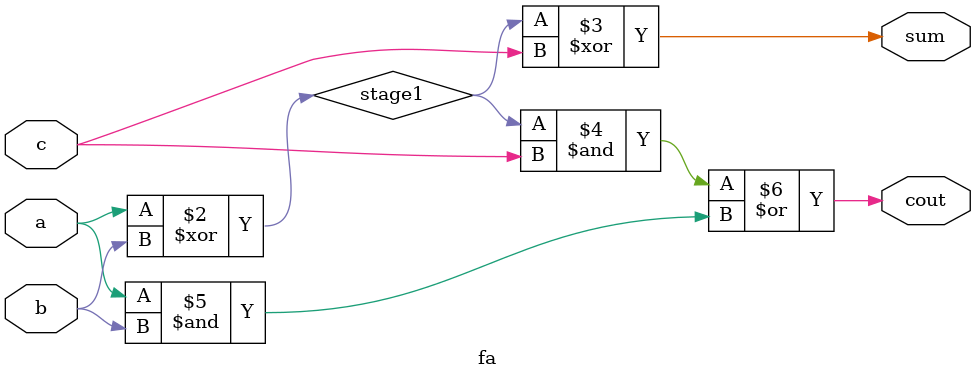
<source format=sv>

module fa (a, b, c, cout, sum);
	input	logic	a;
	input	logic	b;
	input	logic	c;
	output	logic	cout;
	output	logic	sum;
	
	logic stage1;
	
	always_comb begin
		stage1	= a^b;
		sum	= stage1^c;
		cout 	= (stage1 & c) | (a & b);
	end
	
endmodule
</source>
